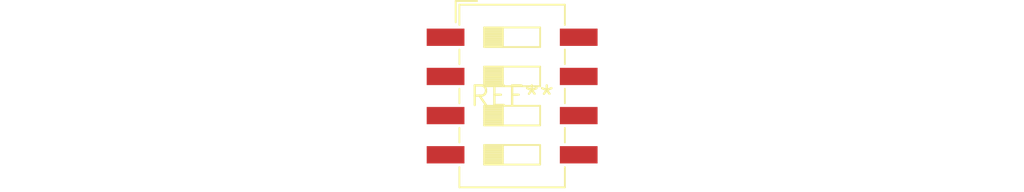
<source format=kicad_pcb>
(kicad_pcb (version 20240108) (generator pcbnew)
  (layers (0 "F.Cu" signal) (31 "B.Cu" signal) (34 "B.Paste" user) (35 "F.Paste" user) (36 "B.SilkS" user "B.Silkscreen") (37 "F.SilkS" user "F.Silkscreen") (38 "B.Mask" user) (39 "F.Mask" user) (44 "Edge.Cuts" user))
  (net 0 "")
  (footprint "SW_DIP_SPSTx04_Slide_6.7x11.72mm_W8.61mm_P2.54mm_LowProfile" (layer "F.Cu") (at 0 0)
    (property "Reference" "REF**")
    (property "Value" "SW_DIP_SPSTx04_Slide_6.7x11.72mm_W8.61mm_P2.54mm_LowProfile")
    (fp_line (start -3.65 -6.16) (end -3.65 -4.777) (layer "F.SilkS") (stroke (width 0.12)))
    (fp_line (start -3.65 -6.16) (end -2.267 -6.16) (layer "F.SilkS") (stroke (width 0.12)))
    (fp_line (start -3.41 -5.92) (end -3.41 -4.61) (layer "F.SilkS") (stroke (width 0.12)))
    (fp_line (start -3.41 -5.92) (end 3.41 -5.92) (layer "F.SilkS") (stroke (width 0.12)))
    (fp_line (start -3.41 -3.01) (end -3.41 -2.07) (layer "F.SilkS") (stroke (width 0.12)))
    (fp_line (start -3.41 -0.47) (end -3.41 0.47) (layer "F.SilkS") (stroke (width 0.12)))
    (fp_line (start -3.41 2.07) (end -3.41 3.01) (layer "F.SilkS") (stroke (width 0.12)))
    (fp_line (start -3.41 4.61) (end -3.41 5.92) (layer "F.SilkS") (stroke (width 0.12)))
    (fp_line (start -3.41 5.92) (end 3.41 5.92) (layer "F.SilkS") (stroke (width 0.12)))
    (fp_line (start -1.81 -4.445) (end -1.81 -3.175) (layer "F.SilkS") (stroke (width 0.12)))
    (fp_line (start -1.81 -4.325) (end -0.603333 -4.325) (layer "F.SilkS") (stroke (width 0.12)))
    (fp_line (start -1.81 -4.205) (end -0.603333 -4.205) (layer "F.SilkS") (stroke (width 0.12)))
    (fp_line (start -1.81 -4.085) (end -0.603333 -4.085) (layer "F.SilkS") (stroke (width 0.12)))
    (fp_line (start -1.81 -3.965) (end -0.603333 -3.965) (layer "F.SilkS") (stroke (width 0.12)))
    (fp_line (start -1.81 -3.845) (end -0.603333 -3.845) (layer "F.SilkS") (stroke (width 0.12)))
    (fp_line (start -1.81 -3.725) (end -0.603333 -3.725) (layer "F.SilkS") (stroke (width 0.12)))
    (fp_line (start -1.81 -3.605) (end -0.603333 -3.605) (layer "F.SilkS") (stroke (width 0.12)))
    (fp_line (start -1.81 -3.485) (end -0.603333 -3.485) (layer "F.SilkS") (stroke (width 0.12)))
    (fp_line (start -1.81 -3.365) (end -0.603333 -3.365) (layer "F.SilkS") (stroke (width 0.12)))
    (fp_line (start -1.81 -3.245) (end -0.603333 -3.245) (layer "F.SilkS") (stroke (width 0.12)))
    (fp_line (start -1.81 -3.175) (end 1.81 -3.175) (layer "F.SilkS") (stroke (width 0.12)))
    (fp_line (start -1.81 -1.905) (end -1.81 -0.635) (layer "F.SilkS") (stroke (width 0.12)))
    (fp_line (start -1.81 -1.785) (end -0.603333 -1.785) (layer "F.SilkS") (stroke (width 0.12)))
    (fp_line (start -1.81 -1.665) (end -0.603333 -1.665) (layer "F.SilkS") (stroke (width 0.12)))
    (fp_line (start -1.81 -1.545) (end -0.603333 -1.545) (layer "F.SilkS") (stroke (width 0.12)))
    (fp_line (start -1.81 -1.425) (end -0.603333 -1.425) (layer "F.SilkS") (stroke (width 0.12)))
    (fp_line (start -1.81 -1.305) (end -0.603333 -1.305) (layer "F.SilkS") (stroke (width 0.12)))
    (fp_line (start -1.81 -1.185) (end -0.603333 -1.185) (layer "F.SilkS") (stroke (width 0.12)))
    (fp_line (start -1.81 -1.065) (end -0.603333 -1.065) (layer "F.SilkS") (stroke (width 0.12)))
    (fp_line (start -1.81 -0.945) (end -0.603333 -0.945) (layer "F.SilkS") (stroke (width 0.12)))
    (fp_line (start -1.81 -0.825) (end -0.603333 -0.825) (layer "F.SilkS") (stroke (width 0.12)))
    (fp_line (start -1.81 -0.705) (end -0.603333 -0.705) (layer "F.SilkS") (stroke (width 0.12)))
    (fp_line (start -1.81 -0.635) (end 1.81 -0.635) (layer "F.SilkS") (stroke (width 0.12)))
    (fp_line (start -1.81 0.635) (end -1.81 1.905) (layer "F.SilkS") (stroke (width 0.12)))
    (fp_line (start -1.81 0.755) (end -0.603333 0.755) (layer "F.SilkS") (stroke (width 0.12)))
    (fp_line (start -1.81 0.875) (end -0.603333 0.875) (layer "F.SilkS") (stroke (width 0.12)))
    (fp_line (start -1.81 0.995) (end -0.603333 0.995) (layer "F.SilkS") (stroke (width 0.12)))
    (fp_line (start -1.81 1.115) (end -0.603333 1.115) (layer "F.SilkS") (stroke (width 0.12)))
    (fp_line (start -1.81 1.235) (end -0.603333 1.235) (layer "F.SilkS") (stroke (width 0.12)))
    (fp_line (start -1.81 1.355) (end -0.603333 1.355) (layer "F.SilkS") (stroke (width 0.12)))
    (fp_line (start -1.81 1.475) (end -0.603333 1.475) (layer "F.SilkS") (stroke (width 0.12)))
    (fp_line (start -1.81 1.595) (end -0.603333 1.595) (layer "F.SilkS") (stroke (width 0.12)))
    (fp_line (start -1.81 1.715) (end -0.603333 1.715) (layer "F.SilkS") (stroke (width 0.12)))
    (fp_line (start -1.81 1.835) (end -0.603333 1.835) (layer "F.SilkS") (stroke (width 0.12)))
    (fp_line (start -1.81 1.905) (end 1.81 1.905) (layer "F.SilkS") (stroke (width 0.12)))
    (fp_line (start -1.81 3.175) (end -1.81 4.445) (layer "F.SilkS") (stroke (width 0.12)))
    (fp_line (start -1.81 3.295) (end -0.603333 3.295) (layer "F.SilkS") (stroke (width 0.12)))
    (fp_line (start -1.81 3.415) (end -0.603333 3.415) (layer "F.SilkS") (stroke (width 0.12)))
    (fp_line (start -1.81 3.535) (end -0.603333 3.535) (layer "F.SilkS") (stroke (width 0.12)))
    (fp_line (start -1.81 3.655) (end -0.603333 3.655) (layer "F.SilkS") (stroke (width 0.12)))
    (fp_line (start -1.81 3.775) (end -0.603333 3.775) (layer "F.SilkS") (stroke (width 0.12)))
    (fp_line (start -1.81 3.895) (end -0.603333 3.895) (layer "F.SilkS") (stroke (width 0.12)))
    (fp_line (start -1.81 4.015) (end -0.603333 4.015) (layer "F.SilkS") (stroke (width 0.12)))
    (fp_line (start -1.81 4.135) (end -0.603333 4.135) (layer "F.SilkS") (stroke (width 0.12)))
    (fp_line (start -1.81 4.255) (end -0.603333 4.255) (layer "F.SilkS") (stroke (width 0.12)))
    (fp_line (start -1.81 4.375) (end -0.603333 4.375) (layer "F.SilkS") (stroke (width 0.12)))
    (fp_line (start -1.81 4.445) (end 1.81 4.445) (layer "F.SilkS") (stroke (width 0.12)))
    (fp_line (start -0.603333 -4.445) (end -0.603333 -3.175) (layer "F.SilkS") (stroke (width 0.12)))
    (fp_line (start -0.603333 -1.905) (end -0.603333 -0.635) (layer "F.SilkS") (stroke (width 0.12)))
    (fp_line (start -0.603333 0.635) (end -0.603333 1.905) (layer "F.SilkS") (stroke (width 0.12)))
    (fp_line (start -0.603333 3.175) (end -0.603333 4.445) (layer "F.SilkS") (stroke (width 0.12)))
    (fp_line (start 1.81 -4.445) (end -1.81 -4.445) (layer "F.SilkS") (stroke (width 0.12)))
    (fp_line (start 1.81 -3.175) (end 1.81 -4.445) (layer "F.SilkS") (stroke (width 0.12)))
    (fp_line (start 1.81 -1.905) (end -1.81 -1.905) (layer "F.SilkS") (stroke (width 0.12)))
    (fp_line (start 1.81 -0.635) (end 1.81 -1.905) (layer "F.SilkS") (stroke (width 0.12)))
    (fp_line (start 1.81 0.635) (end -1.81 0.635) (layer "F.SilkS") (stroke (width 0.12)))
    (fp_line (start 1.81 1.905) (end 1.81 0.635) (layer "F.SilkS") (stroke (width 0.12)))
    (fp_line (start 1.81 3.175) (end -1.81 3.175) (layer "F.SilkS") (stroke (width 0.12)))
    (fp_line (start 1.81 4.445) (end 1.81 3.175) (layer "F.SilkS") (stroke (width 0.12)))
    (fp_line (start 3.41 -5.92) (end 3.41 -4.61) (layer "F.SilkS") (stroke (width 0.12)))
    (fp_line (start 3.41 -3.01) (end 3.41 -2.07) (layer "F.SilkS") (stroke (width 0.12)))
    (fp_line (start 3.41 -0.47) (end 3.41 0.47) (layer "F.SilkS") (stroke (width 0.12)))
    (fp_line (start 3.41 2.07) (end 3.41 3.01) (layer "F.SilkS") (stroke (width 0.12)))
    (fp_line (start 3.41 4.61) (end 3.41 5.92) (layer "F.SilkS") (stroke (width 0.12)))
    (pad "1" smd rect (at -4.305 -3.81) (size 2.44 1.12) (layers "F.Cu" "F.Paste" "F.Mask"))
    (pad "2" smd rect (at -4.305 -1.27) (size 2.44 1.12) (layers "F.Cu" "F.Paste" "F.Mask"))
    (pad "3" smd rect (at -4.305 1.27) (size 2.44 1.12) (layers "F.Cu" "F.Paste" "F.Mask"))
    (pad "4" smd rect (at -4.305 3.81) (size 2.44 1.12) (layers "F.Cu" "F.Paste" "F.Mask"))
    (pad "5" smd rect (at 4.305 3.81) (size 2.44 1.12) (layers "F.Cu" "F.Paste" "F.Mask"))
    (pad "6" smd rect (at 4.305 1.27) (size 2.44 1.12) (layers "F.Cu" "F.Paste" "F.Mask"))
    (pad "7" smd rect (at 4.305 -1.27) (size 2.44 1.12) (layers "F.Cu" "F.Paste" "F.Mask"))
    (pad "8" smd rect (at 4.305 -3.81) (size 2.44 1.12) (layers "F.Cu" "F.Paste" "F.Mask"))
  )
)
</source>
